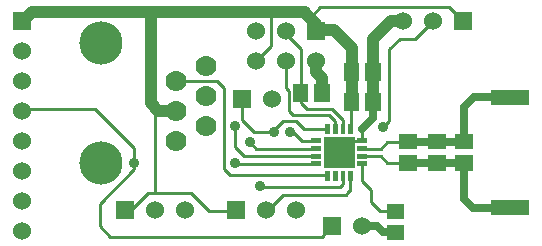
<source format=gbr>
G04 start of page 2 for group 0 idx 0 *
G04 Title: (unknown), component *
G04 Creator: pcb 20110918 *
G04 CreationDate: Tue 27 Aug 2013 03:50:04 AM GMT UTC *
G04 For: ndholmes *
G04 Format: Gerber/RS-274X *
G04 PCB-Dimensions: 180000 82000 *
G04 PCB-Coordinate-Origin: lower left *
%MOIN*%
%FSLAX25Y25*%
%LNTOP*%
%ADD25C,0.1280*%
%ADD24C,0.0380*%
%ADD23C,0.0300*%
%ADD22C,0.0200*%
%ADD21C,0.0360*%
%ADD20R,0.0160X0.0160*%
%ADD19R,0.0510X0.0510*%
%ADD18R,0.0512X0.0512*%
%ADD17C,0.1440*%
%ADD16C,0.0600*%
%ADD15C,0.0001*%
%ADD14C,0.0700*%
%ADD13C,0.0100*%
%ADD12C,0.0250*%
%ADD11C,0.0400*%
G54D11*X6500Y76000D02*X7000D01*
G54D12*X135250Y28662D02*X153750D01*
Y35662D02*X135250D01*
X153750Y28662D02*Y16662D01*
Y35662D02*Y47162D01*
X157250Y50662D01*
X171250D01*
X153750Y16662D02*X156750Y13662D01*
X168250D01*
G54D13*X120000Y33441D02*X126029D01*
X128250Y35662D01*
X134750D01*
X120000Y30883D02*X126029D01*
X128250Y28662D01*
X135750D01*
X120000Y28324D02*Y22500D01*
X123000Y19500D01*
Y15500D01*
X126000Y12500D01*
X131500D01*
G54D12*X120000Y7500D02*X125000D01*
X127000Y5500D01*
X130500D01*
G54D13*X115000Y18500D02*X116000Y19500D01*
X93500Y18000D02*X114500D01*
X116000Y19500D01*
Y24324D01*
X116088Y24412D01*
X113529D02*Y21529D01*
X112500Y20500D01*
X120000Y36000D02*X116088D01*
X112250Y32162D01*
X120000Y36000D02*Y39912D01*
G54D12*Y40000D01*
G54D11*X123500Y59000D02*Y49043D01*
X123543Y49000D01*
G54D12*X120000Y40000D02*X123500Y43500D01*
Y48500D01*
G54D11*X116500Y58543D02*X116457Y58500D01*
G54D13*X129000Y44000D02*Y66500D01*
Y42500D02*Y44500D01*
X127000Y40500D02*X129000Y42500D01*
X116088Y39912D02*Y49043D01*
X116207Y49162D01*
G54D11*X116457Y59000D02*Y49000D01*
G54D13*X113529Y39912D02*Y42971D01*
X112000Y44500D01*
X111000Y42500D02*Y39941D01*
X110971Y39912D01*
X109000Y44500D02*X111000Y42500D01*
X101500Y46500D02*X110000D01*
X112500Y44000D01*
X99000Y44500D02*X109000D01*
X108412Y39912D02*X100588D01*
X99250Y41250D01*
G54D11*X104500Y59000D02*X106500Y57000D01*
Y52043D01*
X106543Y52000D01*
G54D13*X97000Y44500D02*X100500D01*
G54D11*X104500Y63000D02*Y59000D01*
Y73000D02*X110500D01*
X116500Y67000D01*
Y58543D01*
X104500Y73000D02*Y75000D01*
X123500Y58500D02*Y70000D01*
G54D12*X132500Y75000D02*X133500Y76000D01*
G54D13*X106000Y80500D02*X149000D01*
G54D11*X129500Y76000D02*X134000D01*
G54D13*X149000Y80500D02*X153500Y76000D01*
X129000Y66500D02*X132500Y70000D01*
G54D11*X123500D02*X129500Y76000D01*
G54D13*X132500Y70000D02*X137500D01*
X143500Y76000D01*
X74000Y53500D02*Y26500D01*
X76000Y24500D01*
X77500Y34000D02*Y41000D01*
X80000Y50000D02*Y43000D01*
X84000Y39000D01*
G54D11*X12500Y79000D02*X101000D01*
X7000Y76000D02*X10000Y79000D01*
X15500D01*
X104500Y75000D02*X100500Y79000D01*
X77500D01*
G54D13*X102500Y77000D02*X106000Y80500D01*
X99457Y52000D02*Y48543D01*
X99500Y66500D02*Y51586D01*
X99457Y51543D01*
X94500Y73000D02*Y71500D01*
X89500Y67500D02*Y79000D01*
X94500Y71500D02*X99500Y66500D01*
X84500Y63000D02*X85000D01*
X89500Y67500D01*
G54D11*X49500Y79000D02*Y48500D01*
G54D13*X58000Y56000D02*X71500D01*
X74000Y53500D01*
X94500Y62500D02*Y53500D01*
X96500Y39000D02*X97000D01*
X100000Y36000D01*
X104500D01*
X108324Y24500D02*X108412Y24412D01*
X76000Y24500D02*X108324D01*
X104500Y30883D02*X80617D01*
X77500Y34000D01*
X104500Y33441D02*X84559D01*
X104500Y28324D02*X77676D01*
X88500Y13000D02*X93500Y18000D01*
X77676Y28324D02*X77500Y28500D01*
X112500Y20500D02*X86000D01*
X41000Y13000D02*X43000D01*
X48500Y18500D01*
X63000D01*
X36000Y4000D02*X106500D01*
X110000Y7500D01*
X84559Y33441D02*X82500Y35500D01*
X63000Y18500D02*X69000Y12500D01*
X77500D01*
X88000Y13000D02*X88500D01*
X51000Y27500D02*Y18500D01*
Y27000D02*Y43000D01*
X44000Y33500D02*Y26500D01*
X32500Y15000D01*
Y7500D01*
X36000Y4000D01*
X99457Y48543D02*X101500Y46500D01*
X31000D02*X7000D01*
X6500Y46000D01*
G54D11*X49500Y48500D02*X52000Y46000D01*
X58000D01*
G54D13*X44000Y33500D02*X31000Y46500D01*
X51000Y42500D02*Y46500D01*
X90500Y39000D02*Y39500D01*
X93500Y42500D01*
X84000Y39000D02*X90500D01*
X93500Y42500D02*X98000D01*
X99750Y40750D01*
X94500Y53500D02*X95500Y52500D01*
Y46000D01*
X97000Y44500D01*
G54D14*X68000Y61000D03*
X58000Y56000D03*
Y46000D03*
Y36000D03*
X68000Y51000D03*
Y41000D03*
G54D15*G36*
X77000Y53000D02*Y47000D01*
X83000D01*
Y53000D01*
X77000D01*
G37*
G54D16*X90000Y50000D03*
G54D15*G36*
X101500Y75500D02*Y69500D01*
X107500D01*
Y75500D01*
X101500D01*
G37*
G54D16*X94500Y72500D03*
X84500D03*
X104500Y62500D03*
X94500D03*
X84500D03*
G54D15*G36*
X150500Y79000D02*Y73000D01*
X156500D01*
Y79000D01*
X150500D01*
G37*
G54D16*X143500Y76000D03*
X133500D03*
X6500Y46000D03*
Y36000D03*
Y26000D03*
Y16000D03*
G54D17*X33000Y28500D03*
G54D15*G36*
X3500Y79000D02*Y73000D01*
X9500D01*
Y79000D01*
X3500D01*
G37*
G54D16*X6500Y66000D03*
Y56000D03*
G54D17*X33000Y68500D03*
G54D16*X6500Y6000D03*
G54D15*G36*
X38000Y16000D02*Y10000D01*
X44000D01*
Y16000D01*
X38000D01*
G37*
G54D16*X51000Y13000D03*
X61000D03*
G54D15*G36*
X75000Y16000D02*Y10000D01*
X81000D01*
Y16000D01*
X75000D01*
G37*
G54D16*X88000Y13000D03*
X98000D03*
G54D15*G36*
X107000Y10500D02*Y4500D01*
X113000D01*
Y10500D01*
X107000D01*
G37*
G54D16*X120000Y7500D03*
G54D18*X134857Y35705D02*X135643D01*
X134857Y28619D02*X135643D01*
X144357Y35705D02*X145143D01*
X144357Y28619D02*X145143D01*
X153357Y35705D02*X154143D01*
X153357Y28619D02*X154143D01*
G54D19*X165500Y50462D02*X173000D01*
X165500Y13862D02*X173000D01*
G54D18*X130607Y5457D02*X131393D01*
X130607Y12543D02*X131393D01*
G54D20*X119150Y28324D02*X120850D01*
X119150Y30883D02*X120850D01*
X119150Y33441D02*X120850D01*
X119150Y36000D02*X120850D01*
X116088Y40762D02*Y39062D01*
Y25262D02*Y23562D01*
G54D18*X123543Y59393D02*Y58607D01*
X116457Y59393D02*Y58607D01*
X123543Y49393D02*Y48607D01*
X116457Y49393D02*Y48607D01*
G54D20*X113529Y40762D02*Y39062D01*
X110971Y40762D02*Y39062D01*
G54D18*X106543Y52393D02*Y51607D01*
X99457Y52393D02*Y51607D01*
G54D20*X108412Y40762D02*Y39062D01*
Y25262D02*Y23562D01*
X110971Y25262D02*Y23562D01*
X113529Y25262D02*Y23562D01*
G54D15*G36*
X107100Y37312D02*Y27012D01*
X117400D01*
Y37312D01*
X107100D01*
G37*
G36*
X108750Y35662D02*Y28662D01*
X115750D01*
Y35662D01*
X108750D01*
G37*
G54D20*X103650Y36000D02*X105350D01*
X103650Y33441D02*X105350D01*
X103650Y30883D02*X105350D01*
X103650Y28324D02*X105350D01*
G54D21*X82500Y35500D03*
X77500Y41000D03*
Y28500D03*
X44000D03*
X90500Y39000D03*
X123500Y70000D03*
Y65000D03*
X96000Y39000D03*
X127000Y40500D03*
X86000Y21000D03*
G54D22*G54D23*G54D24*G54D25*G54D24*G54D25*G54D24*M02*

</source>
